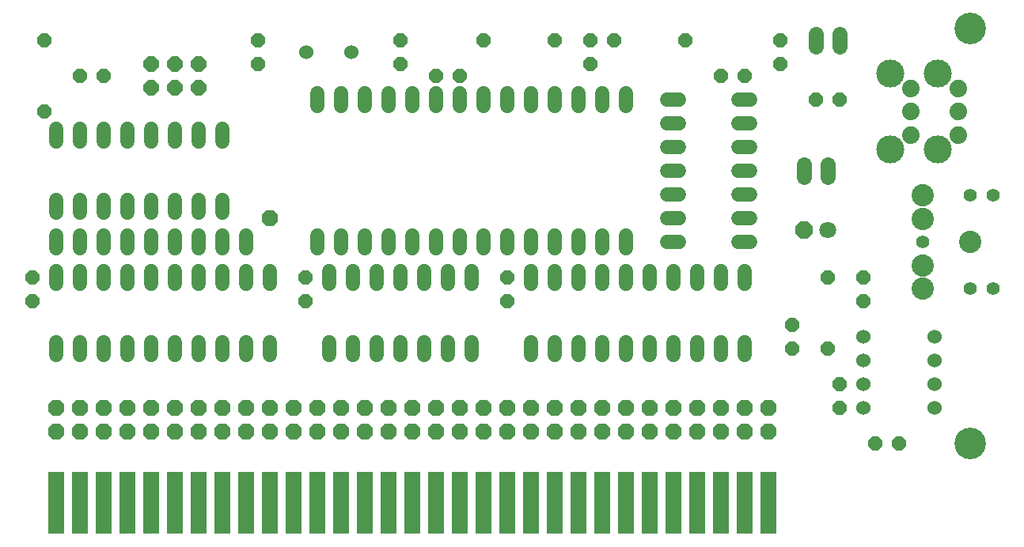
<source format=gts>
G75*
%MOIN*%
%OFA0B0*%
%FSLAX24Y24*%
%IPPOS*%
%LPD*%
%AMOC8*
5,1,8,0,0,1.08239X$1,22.5*
%
%ADD10C,0.1330*%
%ADD11R,0.0680X0.2630*%
%ADD12OC8,0.0600*%
%ADD13OC8,0.0680*%
%ADD14C,0.0600*%
%ADD15C,0.0600*%
%ADD16OC8,0.0710*%
%ADD17C,0.0710*%
%ADD18C,0.0640*%
%ADD19C,0.0940*%
%ADD20C,0.0552*%
%ADD21C,0.0740*%
%ADD22C,0.1182*%
%ADD23OC8,0.0640*%
D10*
X040180Y004440D03*
X040180Y021940D03*
D11*
X001680Y001940D03*
X002680Y001940D03*
X003680Y001940D03*
X004680Y001940D03*
X005680Y001940D03*
X006680Y001940D03*
X007680Y001940D03*
X008680Y001940D03*
X009680Y001940D03*
X010680Y001940D03*
X011680Y001940D03*
X012680Y001940D03*
X013680Y001940D03*
X014680Y001940D03*
X015680Y001940D03*
X016680Y001940D03*
X017680Y001940D03*
X018680Y001940D03*
X019680Y001940D03*
X020680Y001940D03*
X021680Y001940D03*
X022680Y001940D03*
X023680Y001940D03*
X024680Y001940D03*
X025680Y001940D03*
X026680Y001940D03*
X027680Y001940D03*
X028680Y001940D03*
X029680Y001940D03*
X030680Y001940D03*
X031680Y001940D03*
D12*
X036180Y004440D03*
X037180Y004440D03*
X034680Y005940D03*
X034680Y006940D03*
X034180Y008440D03*
X032680Y008440D03*
X032680Y009440D03*
X035680Y010440D03*
X035680Y011440D03*
X034180Y011440D03*
X020680Y011440D03*
X020680Y010440D03*
X012180Y010440D03*
X012180Y011440D03*
X000680Y011440D03*
X000680Y010440D03*
X001180Y018440D03*
X002680Y019940D03*
X003680Y019940D03*
X001180Y021440D03*
X010180Y021440D03*
X010180Y020440D03*
X016180Y020440D03*
X017680Y019940D03*
X018680Y019940D03*
X019680Y021440D03*
X022680Y021440D03*
X024180Y021440D03*
X025180Y021440D03*
X024180Y020440D03*
X028180Y021440D03*
X029680Y019940D03*
X030680Y019940D03*
X032180Y020440D03*
X032180Y021440D03*
X033680Y018940D03*
X034680Y018940D03*
X016180Y021440D03*
D13*
X010680Y013940D03*
X010680Y005940D03*
X009680Y005940D03*
X008680Y005940D03*
X007680Y005940D03*
X006680Y005940D03*
X005680Y005940D03*
X004680Y005940D03*
X003680Y005940D03*
X002680Y005940D03*
X001680Y005940D03*
X001680Y004940D03*
X002680Y004940D03*
X003680Y004940D03*
X004680Y004940D03*
X005680Y004940D03*
X006680Y004940D03*
X007680Y004940D03*
X008680Y004940D03*
X009680Y004940D03*
X010680Y004940D03*
X011680Y004940D03*
X012680Y004940D03*
X013680Y004940D03*
X014680Y004940D03*
X015680Y004940D03*
X016680Y004940D03*
X017680Y004940D03*
X018680Y004940D03*
X019680Y004940D03*
X020680Y004940D03*
X021680Y004940D03*
X022680Y004940D03*
X023680Y004940D03*
X024680Y004940D03*
X025680Y004940D03*
X026680Y004940D03*
X027680Y004940D03*
X028680Y004940D03*
X029680Y004940D03*
X030680Y004940D03*
X031680Y004940D03*
X031680Y005940D03*
X030680Y005940D03*
X029680Y005940D03*
X028680Y005940D03*
X027680Y005940D03*
X026680Y005940D03*
X025680Y005940D03*
X024680Y005940D03*
X023680Y005940D03*
X022680Y005940D03*
X021680Y005940D03*
X020680Y005940D03*
X019680Y005940D03*
X018680Y005940D03*
X017680Y005940D03*
X016680Y005940D03*
X015680Y005940D03*
X014680Y005940D03*
X013680Y005940D03*
X012680Y005940D03*
X011680Y005940D03*
D14*
X010680Y008180D02*
X010680Y008700D01*
X009680Y008700D02*
X009680Y008180D01*
X008680Y008180D02*
X008680Y008700D01*
X007680Y008700D02*
X007680Y008180D01*
X006680Y008180D02*
X006680Y008700D01*
X005680Y008700D02*
X005680Y008180D01*
X004680Y008180D02*
X004680Y008700D01*
X003680Y008700D02*
X003680Y008180D01*
X002680Y008180D02*
X002680Y008700D01*
X001680Y008700D02*
X001680Y008180D01*
X001680Y011180D02*
X001680Y011700D01*
X002680Y011700D02*
X002680Y011180D01*
X003680Y011180D02*
X003680Y011700D01*
X004680Y011700D02*
X004680Y011180D01*
X005680Y011180D02*
X005680Y011700D01*
X006680Y011700D02*
X006680Y011180D01*
X007680Y011180D02*
X007680Y011700D01*
X008680Y011700D02*
X008680Y011180D01*
X009680Y011180D02*
X009680Y011700D01*
X010680Y011700D02*
X010680Y011180D01*
X013180Y011180D02*
X013180Y011700D01*
X014180Y011700D02*
X014180Y011180D01*
X015180Y011180D02*
X015180Y011700D01*
X016180Y011700D02*
X016180Y011180D01*
X017180Y011180D02*
X017180Y011700D01*
X018180Y011700D02*
X018180Y011180D01*
X019180Y011180D02*
X019180Y011700D01*
X018680Y012680D02*
X018680Y013200D01*
X017680Y013200D02*
X017680Y012680D01*
X016680Y012680D02*
X016680Y013200D01*
X015680Y013200D02*
X015680Y012680D01*
X014680Y012680D02*
X014680Y013200D01*
X013680Y013200D02*
X013680Y012680D01*
X012680Y012680D02*
X012680Y013200D01*
X009680Y013200D02*
X009680Y012680D01*
X008680Y012680D02*
X008680Y013200D01*
X007680Y013200D02*
X007680Y012680D01*
X006680Y012680D02*
X006680Y013200D01*
X005680Y013200D02*
X005680Y012680D01*
X004680Y012680D02*
X004680Y013200D01*
X003680Y013200D02*
X003680Y012680D01*
X002680Y012680D02*
X002680Y013200D01*
X001680Y013200D02*
X001680Y012680D01*
X001680Y014180D02*
X001680Y014700D01*
X002680Y014700D02*
X002680Y014180D01*
X003680Y014180D02*
X003680Y014700D01*
X004680Y014700D02*
X004680Y014180D01*
X005680Y014180D02*
X005680Y014700D01*
X006680Y014700D02*
X006680Y014180D01*
X007680Y014180D02*
X007680Y014700D01*
X008680Y014700D02*
X008680Y014180D01*
X008680Y017180D02*
X008680Y017700D01*
X007680Y017700D02*
X007680Y017180D01*
X006680Y017180D02*
X006680Y017700D01*
X005680Y017700D02*
X005680Y017180D01*
X004680Y017180D02*
X004680Y017700D01*
X003680Y017700D02*
X003680Y017180D01*
X002680Y017180D02*
X002680Y017700D01*
X001680Y017700D02*
X001680Y017180D01*
X012680Y018680D02*
X012680Y019200D01*
X013680Y019200D02*
X013680Y018680D01*
X014680Y018680D02*
X014680Y019200D01*
X015680Y019200D02*
X015680Y018680D01*
X016680Y018680D02*
X016680Y019200D01*
X017680Y019200D02*
X017680Y018680D01*
X018680Y018680D02*
X018680Y019200D01*
X019680Y019200D02*
X019680Y018680D01*
X020680Y018680D02*
X020680Y019200D01*
X021680Y019200D02*
X021680Y018680D01*
X022680Y018680D02*
X022680Y019200D01*
X023680Y019200D02*
X023680Y018680D01*
X024680Y018680D02*
X024680Y019200D01*
X025680Y019200D02*
X025680Y018680D01*
X027420Y018940D02*
X027940Y018940D01*
X027940Y017940D02*
X027420Y017940D01*
X027420Y016940D02*
X027940Y016940D01*
X027940Y015940D02*
X027420Y015940D01*
X027420Y014940D02*
X027940Y014940D01*
X027940Y013940D02*
X027420Y013940D01*
X025680Y013200D02*
X025680Y012680D01*
X024680Y012680D02*
X024680Y013200D01*
X023680Y013200D02*
X023680Y012680D01*
X022680Y012680D02*
X022680Y013200D01*
X021680Y013200D02*
X021680Y012680D01*
X020680Y012680D02*
X020680Y013200D01*
X019680Y013200D02*
X019680Y012680D01*
X021680Y011700D02*
X021680Y011180D01*
X022680Y011180D02*
X022680Y011700D01*
X023680Y011700D02*
X023680Y011180D01*
X024680Y011180D02*
X024680Y011700D01*
X025680Y011700D02*
X025680Y011180D01*
X026680Y011180D02*
X026680Y011700D01*
X027680Y011700D02*
X027680Y011180D01*
X028680Y011180D02*
X028680Y011700D01*
X029680Y011700D02*
X029680Y011180D01*
X030680Y011180D02*
X030680Y011700D01*
X030420Y012940D02*
X030940Y012940D01*
X030940Y013940D02*
X030420Y013940D01*
X030420Y014940D02*
X030940Y014940D01*
X030940Y015940D02*
X030420Y015940D01*
X030420Y016940D02*
X030940Y016940D01*
X030940Y017940D02*
X030420Y017940D01*
X030420Y018940D02*
X030940Y018940D01*
X027940Y012940D02*
X027420Y012940D01*
X027680Y008700D02*
X027680Y008180D01*
X026680Y008180D02*
X026680Y008700D01*
X025680Y008700D02*
X025680Y008180D01*
X024680Y008180D02*
X024680Y008700D01*
X023680Y008700D02*
X023680Y008180D01*
X022680Y008180D02*
X022680Y008700D01*
X021680Y008700D02*
X021680Y008180D01*
X019180Y008180D02*
X019180Y008700D01*
X018180Y008700D02*
X018180Y008180D01*
X017180Y008180D02*
X017180Y008700D01*
X016180Y008700D02*
X016180Y008180D01*
X015180Y008180D02*
X015180Y008700D01*
X014180Y008700D02*
X014180Y008180D01*
X013180Y008180D02*
X013180Y008700D01*
X028680Y008700D02*
X028680Y008180D01*
X029680Y008180D02*
X029680Y008700D01*
X030680Y008700D02*
X030680Y008180D01*
D15*
X035680Y007940D03*
X035680Y006940D03*
X035680Y005940D03*
X038680Y005940D03*
X038680Y006940D03*
X038680Y007940D03*
X038680Y008940D03*
X035680Y008940D03*
X014130Y020940D03*
X012230Y020940D03*
D16*
X033180Y013440D03*
D17*
X034180Y013440D03*
D18*
X034180Y015660D02*
X034180Y016220D01*
X033180Y016220D02*
X033180Y015660D01*
X033680Y021160D02*
X033680Y021720D01*
X034680Y021720D02*
X034680Y021160D01*
D19*
X038211Y014909D03*
X038211Y013924D03*
X040180Y012940D03*
X038211Y011956D03*
X038211Y010971D03*
D20*
X040180Y010971D03*
X041164Y010971D03*
X038211Y012940D03*
X040180Y014909D03*
X041164Y014909D03*
D21*
X039680Y017456D03*
X037680Y017456D03*
X037680Y018440D03*
X039680Y018440D03*
X039680Y019424D03*
X037680Y019424D03*
D22*
X036814Y020054D03*
X038814Y020054D03*
X038814Y016826D03*
X036814Y016826D03*
D23*
X007680Y019440D03*
X006680Y019440D03*
X005680Y019440D03*
X005680Y020440D03*
X006680Y020440D03*
X007680Y020440D03*
M02*

</source>
